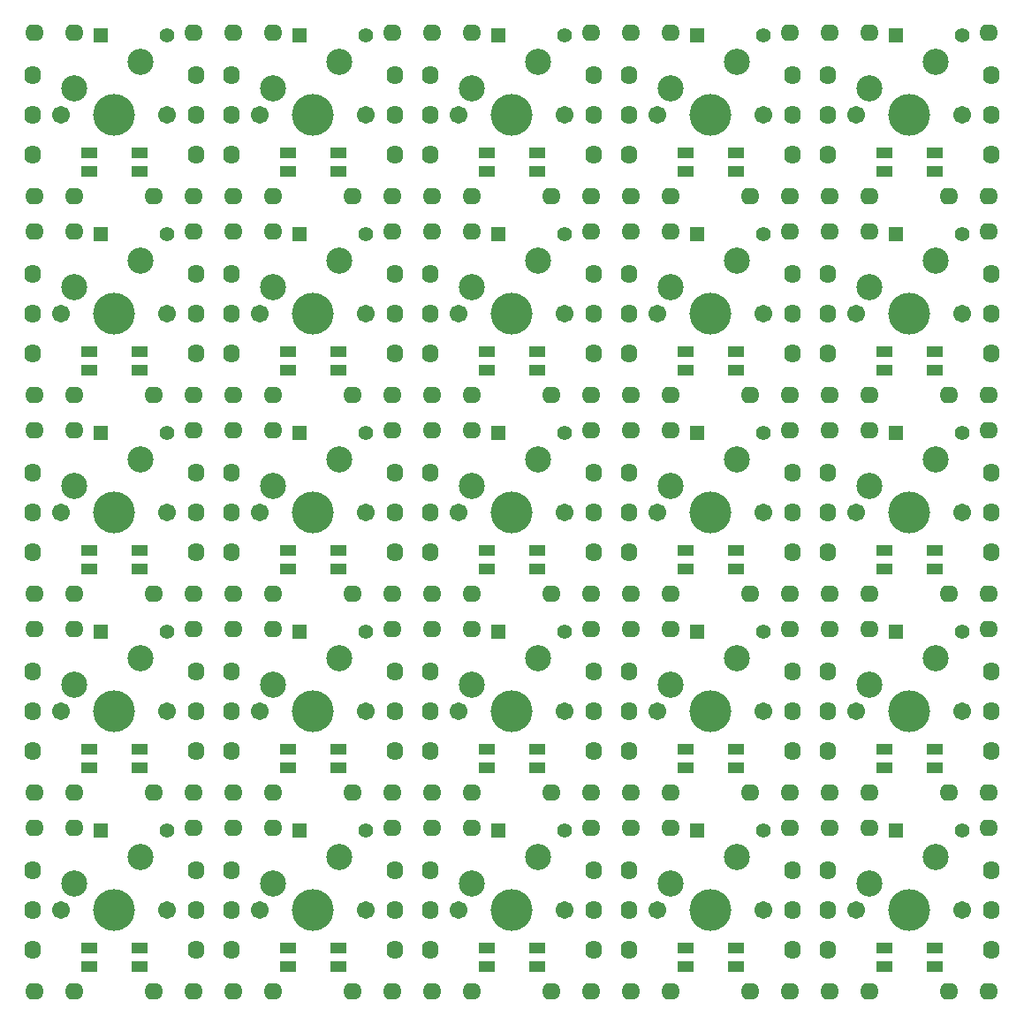
<source format=gbs>
G04 #@! TF.GenerationSoftware,KiCad,Pcbnew,5.0.0-fee4fd1~66~ubuntu18.04.1*
G04 #@! TF.CreationDate,2018-09-16T19:45:11+09:00*
G04 #@! TF.ProjectId,MxLEDBit,4D784C45444269742E6B696361645F70,1*
G04 #@! TF.SameCoordinates,Original*
G04 #@! TF.FileFunction,Soldermask,Bot*
G04 #@! TF.FilePolarity,Negative*
%FSLAX46Y46*%
G04 Gerber Fmt 4.6, Leading zero omitted, Abs format (unit mm)*
G04 Created by KiCad (PCBNEW 5.0.0-fee4fd1~66~ubuntu18.04.1) date Sun Sep 16 19:45:11 2018*
%MOMM*%
%LPD*%
G01*
G04 APERTURE LIST*
%ADD10R,1.600000X1.000000*%
%ADD11O,1.800000X1.600000*%
%ADD12O,1.600000X1.800000*%
%ADD13C,1.710000*%
%ADD14C,2.500000*%
%ADD15C,4.000000*%
%ADD16C,1.400000*%
%ADD17R,1.400000X1.400000*%
G04 APERTURE END LIST*
D10*
G04 #@! TO.C,U1*
X166852000Y-116586000D03*
X166852000Y-114836000D03*
X162052000Y-114836000D03*
X162052000Y-116586000D03*
G04 #@! TD*
D11*
G04 #@! TO.C,P23*
X156845000Y-103305000D03*
G04 #@! TD*
D12*
G04 #@! TO.C,P12*
X172285000Y-107315000D03*
G04 #@! TD*
G04 #@! TO.C,P24*
X156645000Y-107315000D03*
G04 #@! TD*
D11*
G04 #@! TO.C,P23*
X172085000Y-103305000D03*
G04 #@! TD*
D12*
G04 #@! TO.C,P23*
X156645000Y-111125000D03*
G04 #@! TD*
D11*
G04 #@! TO.C,P23*
X156845000Y-118945000D03*
G04 #@! TD*
G04 #@! TO.C,P11*
X160655000Y-103305000D03*
G04 #@! TD*
D12*
G04 #@! TO.C,P12*
X156645000Y-114935000D03*
G04 #@! TD*
D11*
G04 #@! TO.C,P11*
X160655000Y-118945000D03*
G04 #@! TD*
G04 #@! TO.C,P15*
X172085000Y-118945000D03*
G04 #@! TD*
D12*
G04 #@! TO.C,P21*
X172285000Y-114935000D03*
G04 #@! TD*
D13*
G04 #@! TO.C,SW1*
X169545000Y-111125000D03*
D14*
X167005000Y-106045000D03*
D15*
X164465000Y-111125000D03*
D14*
X160655000Y-108585000D03*
D13*
X159385000Y-111125000D03*
G04 #@! TD*
D12*
G04 #@! TO.C,P22*
X172285000Y-111125000D03*
G04 #@! TD*
D11*
G04 #@! TO.C,P16*
X168275000Y-118945000D03*
G04 #@! TD*
D16*
G04 #@! TO.C,D1*
X169545000Y-103505000D03*
D17*
X163195000Y-103505000D03*
G04 #@! TD*
D12*
G04 #@! TO.C,P22*
X172285000Y-73025000D03*
G04 #@! TD*
G04 #@! TO.C,P24*
X156645000Y-50165000D03*
G04 #@! TD*
G04 #@! TO.C,P22*
X172285000Y-92075000D03*
G04 #@! TD*
G04 #@! TO.C,P12*
X172285000Y-88265000D03*
G04 #@! TD*
G04 #@! TO.C,P12*
X172285000Y-69215000D03*
G04 #@! TD*
D10*
G04 #@! TO.C,U1*
X166852000Y-97536000D03*
X166852000Y-95786000D03*
X162052000Y-95786000D03*
X162052000Y-97536000D03*
G04 #@! TD*
D11*
G04 #@! TO.C,P23*
X156845000Y-80845000D03*
G04 #@! TD*
D12*
G04 #@! TO.C,P12*
X172285000Y-50165000D03*
G04 #@! TD*
G04 #@! TO.C,P22*
X172285000Y-53975000D03*
G04 #@! TD*
D11*
G04 #@! TO.C,P23*
X156845000Y-99895000D03*
G04 #@! TD*
D12*
G04 #@! TO.C,P24*
X156645000Y-88265000D03*
G04 #@! TD*
D11*
G04 #@! TO.C,P23*
X156845000Y-46155000D03*
G04 #@! TD*
D12*
G04 #@! TO.C,P23*
X156645000Y-53975000D03*
G04 #@! TD*
G04 #@! TO.C,P23*
X156645000Y-73025000D03*
G04 #@! TD*
D10*
G04 #@! TO.C,U1*
X166852000Y-59436000D03*
X166852000Y-57686000D03*
X162052000Y-57686000D03*
X162052000Y-59436000D03*
G04 #@! TD*
D12*
G04 #@! TO.C,P24*
X156645000Y-69215000D03*
G04 #@! TD*
D11*
G04 #@! TO.C,P23*
X172085000Y-46155000D03*
G04 #@! TD*
G04 #@! TO.C,P23*
X172085000Y-65205000D03*
G04 #@! TD*
G04 #@! TO.C,P23*
X156845000Y-61795000D03*
G04 #@! TD*
G04 #@! TO.C,P23*
X172085000Y-84255000D03*
G04 #@! TD*
G04 #@! TO.C,P11*
X160655000Y-61795000D03*
G04 #@! TD*
D10*
G04 #@! TO.C,U1*
X166852000Y-78486000D03*
X166852000Y-76736000D03*
X162052000Y-76736000D03*
X162052000Y-78486000D03*
G04 #@! TD*
D11*
G04 #@! TO.C,P11*
X160655000Y-46155000D03*
G04 #@! TD*
G04 #@! TO.C,P11*
X160655000Y-65205000D03*
G04 #@! TD*
G04 #@! TO.C,P11*
X160655000Y-84255000D03*
G04 #@! TD*
D12*
G04 #@! TO.C,P12*
X156645000Y-57785000D03*
G04 #@! TD*
G04 #@! TO.C,P12*
X156645000Y-76835000D03*
G04 #@! TD*
G04 #@! TO.C,P12*
X156645000Y-95885000D03*
G04 #@! TD*
D11*
G04 #@! TO.C,P16*
X168275000Y-61795000D03*
G04 #@! TD*
G04 #@! TO.C,P16*
X168275000Y-80845000D03*
G04 #@! TD*
G04 #@! TO.C,P11*
X160655000Y-80845000D03*
G04 #@! TD*
G04 #@! TO.C,P11*
X160655000Y-99895000D03*
G04 #@! TD*
G04 #@! TO.C,P15*
X172085000Y-61795000D03*
G04 #@! TD*
G04 #@! TO.C,P15*
X172085000Y-80845000D03*
G04 #@! TD*
G04 #@! TO.C,P15*
X172085000Y-99895000D03*
G04 #@! TD*
D12*
G04 #@! TO.C,P23*
X156645000Y-92075000D03*
G04 #@! TD*
G04 #@! TO.C,P21*
X172285000Y-57785000D03*
G04 #@! TD*
G04 #@! TO.C,P21*
X172285000Y-76835000D03*
G04 #@! TD*
G04 #@! TO.C,P21*
X172285000Y-95885000D03*
G04 #@! TD*
D13*
G04 #@! TO.C,SW1*
X169545000Y-53975000D03*
D14*
X167005000Y-48895000D03*
D15*
X164465000Y-53975000D03*
D14*
X160655000Y-51435000D03*
D13*
X159385000Y-53975000D03*
G04 #@! TD*
G04 #@! TO.C,SW1*
X169545000Y-73025000D03*
D14*
X167005000Y-67945000D03*
D15*
X164465000Y-73025000D03*
D14*
X160655000Y-70485000D03*
D13*
X159385000Y-73025000D03*
G04 #@! TD*
G04 #@! TO.C,SW1*
X169545000Y-92075000D03*
D14*
X167005000Y-86995000D03*
D15*
X164465000Y-92075000D03*
D14*
X160655000Y-89535000D03*
D13*
X159385000Y-92075000D03*
G04 #@! TD*
D11*
G04 #@! TO.C,P23*
X156845000Y-65205000D03*
G04 #@! TD*
G04 #@! TO.C,P23*
X156845000Y-84255000D03*
G04 #@! TD*
G04 #@! TO.C,P16*
X168275000Y-99895000D03*
G04 #@! TD*
D16*
G04 #@! TO.C,D1*
X169545000Y-46355000D03*
D17*
X163195000Y-46355000D03*
G04 #@! TD*
D16*
G04 #@! TO.C,D1*
X169545000Y-65405000D03*
D17*
X163195000Y-65405000D03*
G04 #@! TD*
D16*
G04 #@! TO.C,D1*
X169545000Y-84455000D03*
D17*
X163195000Y-84455000D03*
G04 #@! TD*
D13*
G04 #@! TO.C,SW1*
X169545000Y-130175000D03*
D14*
X167005000Y-125095000D03*
D15*
X164465000Y-130175000D03*
D14*
X160655000Y-127635000D03*
D13*
X159385000Y-130175000D03*
G04 #@! TD*
D11*
G04 #@! TO.C,P23*
X172085000Y-122355000D03*
G04 #@! TD*
D10*
G04 #@! TO.C,U1*
X166852000Y-135636000D03*
X166852000Y-133886000D03*
X162052000Y-133886000D03*
X162052000Y-135636000D03*
G04 #@! TD*
D11*
G04 #@! TO.C,P16*
X168275000Y-137995000D03*
G04 #@! TD*
D12*
G04 #@! TO.C,P21*
X172285000Y-133985000D03*
G04 #@! TD*
D11*
G04 #@! TO.C,P15*
X172085000Y-137995000D03*
G04 #@! TD*
D12*
G04 #@! TO.C,P24*
X156645000Y-126365000D03*
G04 #@! TD*
D16*
G04 #@! TO.C,D1*
X169545000Y-122555000D03*
D17*
X163195000Y-122555000D03*
G04 #@! TD*
D11*
G04 #@! TO.C,P23*
X156845000Y-137995000D03*
G04 #@! TD*
D12*
G04 #@! TO.C,P12*
X156645000Y-133985000D03*
G04 #@! TD*
G04 #@! TO.C,P22*
X172285000Y-130175000D03*
G04 #@! TD*
D11*
G04 #@! TO.C,P23*
X156845000Y-122355000D03*
G04 #@! TD*
G04 #@! TO.C,P11*
X160655000Y-122355000D03*
G04 #@! TD*
D12*
G04 #@! TO.C,P23*
X156645000Y-130175000D03*
G04 #@! TD*
D11*
G04 #@! TO.C,P11*
X160655000Y-137995000D03*
G04 #@! TD*
D12*
G04 #@! TO.C,P12*
X172285000Y-126365000D03*
G04 #@! TD*
D10*
G04 #@! TO.C,U1*
X143002000Y-135636000D03*
X143002000Y-133886000D03*
X147802000Y-133886000D03*
X147802000Y-135636000D03*
G04 #@! TD*
G04 #@! TO.C,U1*
X123952000Y-135636000D03*
X123952000Y-133886000D03*
X128752000Y-133886000D03*
X128752000Y-135636000D03*
G04 #@! TD*
G04 #@! TO.C,U1*
X104902000Y-135636000D03*
X104902000Y-133886000D03*
X109702000Y-133886000D03*
X109702000Y-135636000D03*
G04 #@! TD*
G04 #@! TO.C,U1*
X85852000Y-135636000D03*
X85852000Y-133886000D03*
X90652000Y-133886000D03*
X90652000Y-135636000D03*
G04 #@! TD*
G04 #@! TO.C,U1*
X143002000Y-116586000D03*
X143002000Y-114836000D03*
X147802000Y-114836000D03*
X147802000Y-116586000D03*
G04 #@! TD*
G04 #@! TO.C,U1*
X123952000Y-116586000D03*
X123952000Y-114836000D03*
X128752000Y-114836000D03*
X128752000Y-116586000D03*
G04 #@! TD*
G04 #@! TO.C,U1*
X104902000Y-116586000D03*
X104902000Y-114836000D03*
X109702000Y-114836000D03*
X109702000Y-116586000D03*
G04 #@! TD*
G04 #@! TO.C,U1*
X85852000Y-116586000D03*
X85852000Y-114836000D03*
X90652000Y-114836000D03*
X90652000Y-116586000D03*
G04 #@! TD*
G04 #@! TO.C,U1*
X143002000Y-97536000D03*
X143002000Y-95786000D03*
X147802000Y-95786000D03*
X147802000Y-97536000D03*
G04 #@! TD*
G04 #@! TO.C,U1*
X123952000Y-97536000D03*
X123952000Y-95786000D03*
X128752000Y-95786000D03*
X128752000Y-97536000D03*
G04 #@! TD*
G04 #@! TO.C,U1*
X104902000Y-97536000D03*
X104902000Y-95786000D03*
X109702000Y-95786000D03*
X109702000Y-97536000D03*
G04 #@! TD*
G04 #@! TO.C,U1*
X85852000Y-97536000D03*
X85852000Y-95786000D03*
X90652000Y-95786000D03*
X90652000Y-97536000D03*
G04 #@! TD*
G04 #@! TO.C,U1*
X143002000Y-78486000D03*
X143002000Y-76736000D03*
X147802000Y-76736000D03*
X147802000Y-78486000D03*
G04 #@! TD*
G04 #@! TO.C,U1*
X123952000Y-78486000D03*
X123952000Y-76736000D03*
X128752000Y-76736000D03*
X128752000Y-78486000D03*
G04 #@! TD*
G04 #@! TO.C,U1*
X104902000Y-78486000D03*
X104902000Y-76736000D03*
X109702000Y-76736000D03*
X109702000Y-78486000D03*
G04 #@! TD*
G04 #@! TO.C,U1*
X85852000Y-78486000D03*
X85852000Y-76736000D03*
X90652000Y-76736000D03*
X90652000Y-78486000D03*
G04 #@! TD*
G04 #@! TO.C,U1*
X143002000Y-59436000D03*
X143002000Y-57686000D03*
X147802000Y-57686000D03*
X147802000Y-59436000D03*
G04 #@! TD*
G04 #@! TO.C,U1*
X123952000Y-59436000D03*
X123952000Y-57686000D03*
X128752000Y-57686000D03*
X128752000Y-59436000D03*
G04 #@! TD*
G04 #@! TO.C,U1*
X104902000Y-59436000D03*
X104902000Y-57686000D03*
X109702000Y-57686000D03*
X109702000Y-59436000D03*
G04 #@! TD*
D12*
G04 #@! TO.C,P12*
X153235000Y-126365000D03*
G04 #@! TD*
G04 #@! TO.C,P12*
X134185000Y-126365000D03*
G04 #@! TD*
G04 #@! TO.C,P12*
X115135000Y-126365000D03*
G04 #@! TD*
G04 #@! TO.C,P12*
X96085000Y-126365000D03*
G04 #@! TD*
G04 #@! TO.C,P12*
X153235000Y-107315000D03*
G04 #@! TD*
G04 #@! TO.C,P12*
X134185000Y-107315000D03*
G04 #@! TD*
G04 #@! TO.C,P12*
X115135000Y-107315000D03*
G04 #@! TD*
G04 #@! TO.C,P12*
X96085000Y-107315000D03*
G04 #@! TD*
G04 #@! TO.C,P12*
X153235000Y-88265000D03*
G04 #@! TD*
G04 #@! TO.C,P12*
X134185000Y-88265000D03*
G04 #@! TD*
G04 #@! TO.C,P12*
X115135000Y-88265000D03*
G04 #@! TD*
G04 #@! TO.C,P12*
X96085000Y-88265000D03*
G04 #@! TD*
G04 #@! TO.C,P12*
X153235000Y-69215000D03*
G04 #@! TD*
G04 #@! TO.C,P12*
X134185000Y-69215000D03*
G04 #@! TD*
G04 #@! TO.C,P12*
X115135000Y-69215000D03*
G04 #@! TD*
G04 #@! TO.C,P12*
X96085000Y-69215000D03*
G04 #@! TD*
G04 #@! TO.C,P12*
X153235000Y-50165000D03*
G04 #@! TD*
G04 #@! TO.C,P12*
X134185000Y-50165000D03*
G04 #@! TD*
G04 #@! TO.C,P12*
X115135000Y-50165000D03*
G04 #@! TD*
D11*
G04 #@! TO.C,P23*
X137795000Y-137995000D03*
G04 #@! TD*
G04 #@! TO.C,P23*
X118745000Y-137995000D03*
G04 #@! TD*
G04 #@! TO.C,P23*
X99695000Y-137995000D03*
G04 #@! TD*
G04 #@! TO.C,P23*
X80645000Y-137995000D03*
G04 #@! TD*
G04 #@! TO.C,P23*
X137795000Y-118945000D03*
G04 #@! TD*
G04 #@! TO.C,P23*
X118745000Y-118945000D03*
G04 #@! TD*
G04 #@! TO.C,P23*
X99695000Y-118945000D03*
G04 #@! TD*
G04 #@! TO.C,P23*
X80645000Y-118945000D03*
G04 #@! TD*
G04 #@! TO.C,P23*
X137795000Y-99895000D03*
G04 #@! TD*
G04 #@! TO.C,P23*
X118745000Y-99895000D03*
G04 #@! TD*
G04 #@! TO.C,P23*
X99695000Y-99895000D03*
G04 #@! TD*
G04 #@! TO.C,P23*
X80645000Y-99895000D03*
G04 #@! TD*
G04 #@! TO.C,P23*
X137795000Y-80845000D03*
G04 #@! TD*
G04 #@! TO.C,P23*
X118745000Y-80845000D03*
G04 #@! TD*
G04 #@! TO.C,P23*
X99695000Y-80845000D03*
G04 #@! TD*
G04 #@! TO.C,P23*
X80645000Y-80845000D03*
G04 #@! TD*
G04 #@! TO.C,P23*
X137795000Y-61795000D03*
G04 #@! TD*
G04 #@! TO.C,P23*
X118745000Y-61795000D03*
G04 #@! TD*
G04 #@! TO.C,P23*
X99695000Y-61795000D03*
G04 #@! TD*
G04 #@! TO.C,P23*
X137795000Y-122355000D03*
G04 #@! TD*
G04 #@! TO.C,P23*
X118745000Y-122355000D03*
G04 #@! TD*
G04 #@! TO.C,P23*
X99695000Y-122355000D03*
G04 #@! TD*
G04 #@! TO.C,P23*
X80645000Y-122355000D03*
G04 #@! TD*
G04 #@! TO.C,P23*
X137795000Y-103305000D03*
G04 #@! TD*
G04 #@! TO.C,P23*
X118745000Y-103305000D03*
G04 #@! TD*
G04 #@! TO.C,P23*
X99695000Y-103305000D03*
G04 #@! TD*
G04 #@! TO.C,P23*
X80645000Y-103305000D03*
G04 #@! TD*
G04 #@! TO.C,P23*
X137795000Y-84255000D03*
G04 #@! TD*
G04 #@! TO.C,P23*
X118745000Y-84255000D03*
G04 #@! TD*
G04 #@! TO.C,P23*
X99695000Y-84255000D03*
G04 #@! TD*
G04 #@! TO.C,P23*
X80645000Y-84255000D03*
G04 #@! TD*
G04 #@! TO.C,P23*
X137795000Y-65205000D03*
G04 #@! TD*
G04 #@! TO.C,P23*
X118745000Y-65205000D03*
G04 #@! TD*
G04 #@! TO.C,P23*
X99695000Y-65205000D03*
G04 #@! TD*
G04 #@! TO.C,P23*
X80645000Y-65205000D03*
G04 #@! TD*
G04 #@! TO.C,P23*
X137795000Y-46155000D03*
G04 #@! TD*
G04 #@! TO.C,P23*
X118745000Y-46155000D03*
G04 #@! TD*
G04 #@! TO.C,P23*
X99695000Y-46155000D03*
G04 #@! TD*
D12*
G04 #@! TO.C,P23*
X137595000Y-130175000D03*
G04 #@! TD*
G04 #@! TO.C,P23*
X118545000Y-130175000D03*
G04 #@! TD*
G04 #@! TO.C,P23*
X99495000Y-130175000D03*
G04 #@! TD*
G04 #@! TO.C,P23*
X80445000Y-130175000D03*
G04 #@! TD*
G04 #@! TO.C,P23*
X137595000Y-111125000D03*
G04 #@! TD*
G04 #@! TO.C,P23*
X118545000Y-111125000D03*
G04 #@! TD*
G04 #@! TO.C,P23*
X99495000Y-111125000D03*
G04 #@! TD*
G04 #@! TO.C,P23*
X80445000Y-111125000D03*
G04 #@! TD*
G04 #@! TO.C,P23*
X137595000Y-92075000D03*
G04 #@! TD*
G04 #@! TO.C,P23*
X118545000Y-92075000D03*
G04 #@! TD*
G04 #@! TO.C,P23*
X99495000Y-92075000D03*
G04 #@! TD*
G04 #@! TO.C,P23*
X80445000Y-92075000D03*
G04 #@! TD*
G04 #@! TO.C,P23*
X137595000Y-73025000D03*
G04 #@! TD*
G04 #@! TO.C,P23*
X118545000Y-73025000D03*
G04 #@! TD*
G04 #@! TO.C,P23*
X99495000Y-73025000D03*
G04 #@! TD*
G04 #@! TO.C,P23*
X80445000Y-73025000D03*
G04 #@! TD*
G04 #@! TO.C,P23*
X137595000Y-53975000D03*
G04 #@! TD*
G04 #@! TO.C,P23*
X118545000Y-53975000D03*
G04 #@! TD*
G04 #@! TO.C,P23*
X99495000Y-53975000D03*
G04 #@! TD*
G04 #@! TO.C,P22*
X153235000Y-130175000D03*
G04 #@! TD*
G04 #@! TO.C,P22*
X134185000Y-130175000D03*
G04 #@! TD*
G04 #@! TO.C,P22*
X115135000Y-130175000D03*
G04 #@! TD*
G04 #@! TO.C,P22*
X96085000Y-130175000D03*
G04 #@! TD*
G04 #@! TO.C,P22*
X153235000Y-111125000D03*
G04 #@! TD*
G04 #@! TO.C,P22*
X134185000Y-111125000D03*
G04 #@! TD*
G04 #@! TO.C,P22*
X115135000Y-111125000D03*
G04 #@! TD*
G04 #@! TO.C,P22*
X96085000Y-111125000D03*
G04 #@! TD*
G04 #@! TO.C,P22*
X153235000Y-92075000D03*
G04 #@! TD*
G04 #@! TO.C,P22*
X134185000Y-92075000D03*
G04 #@! TD*
G04 #@! TO.C,P22*
X115135000Y-92075000D03*
G04 #@! TD*
G04 #@! TO.C,P22*
X96085000Y-92075000D03*
G04 #@! TD*
G04 #@! TO.C,P22*
X153235000Y-73025000D03*
G04 #@! TD*
G04 #@! TO.C,P22*
X134185000Y-73025000D03*
G04 #@! TD*
G04 #@! TO.C,P22*
X115135000Y-73025000D03*
G04 #@! TD*
G04 #@! TO.C,P22*
X96085000Y-73025000D03*
G04 #@! TD*
G04 #@! TO.C,P22*
X153235000Y-53975000D03*
G04 #@! TD*
G04 #@! TO.C,P22*
X134185000Y-53975000D03*
G04 #@! TD*
G04 #@! TO.C,P22*
X115135000Y-53975000D03*
G04 #@! TD*
G04 #@! TO.C,P24*
X137595000Y-126365000D03*
G04 #@! TD*
G04 #@! TO.C,P24*
X118545000Y-126365000D03*
G04 #@! TD*
G04 #@! TO.C,P24*
X99495000Y-126365000D03*
G04 #@! TD*
G04 #@! TO.C,P24*
X80445000Y-126365000D03*
G04 #@! TD*
G04 #@! TO.C,P24*
X137595000Y-107315000D03*
G04 #@! TD*
G04 #@! TO.C,P24*
X118545000Y-107315000D03*
G04 #@! TD*
G04 #@! TO.C,P24*
X99495000Y-107315000D03*
G04 #@! TD*
G04 #@! TO.C,P24*
X80445000Y-107315000D03*
G04 #@! TD*
G04 #@! TO.C,P24*
X137595000Y-88265000D03*
G04 #@! TD*
G04 #@! TO.C,P24*
X118545000Y-88265000D03*
G04 #@! TD*
G04 #@! TO.C,P24*
X99495000Y-88265000D03*
G04 #@! TD*
G04 #@! TO.C,P24*
X80445000Y-88265000D03*
G04 #@! TD*
G04 #@! TO.C,P24*
X137595000Y-69215000D03*
G04 #@! TD*
G04 #@! TO.C,P24*
X118545000Y-69215000D03*
G04 #@! TD*
G04 #@! TO.C,P24*
X99495000Y-69215000D03*
G04 #@! TD*
G04 #@! TO.C,P24*
X80445000Y-69215000D03*
G04 #@! TD*
G04 #@! TO.C,P24*
X137595000Y-50165000D03*
G04 #@! TD*
G04 #@! TO.C,P24*
X118545000Y-50165000D03*
G04 #@! TD*
G04 #@! TO.C,P24*
X99495000Y-50165000D03*
G04 #@! TD*
D11*
G04 #@! TO.C,P23*
X153035000Y-122355000D03*
G04 #@! TD*
G04 #@! TO.C,P23*
X133985000Y-122355000D03*
G04 #@! TD*
G04 #@! TO.C,P23*
X114935000Y-122355000D03*
G04 #@! TD*
G04 #@! TO.C,P23*
X95885000Y-122355000D03*
G04 #@! TD*
G04 #@! TO.C,P23*
X153035000Y-103305000D03*
G04 #@! TD*
G04 #@! TO.C,P23*
X133985000Y-103305000D03*
G04 #@! TD*
G04 #@! TO.C,P23*
X114935000Y-103305000D03*
G04 #@! TD*
G04 #@! TO.C,P23*
X95885000Y-103305000D03*
G04 #@! TD*
G04 #@! TO.C,P23*
X153035000Y-84255000D03*
G04 #@! TD*
G04 #@! TO.C,P23*
X133985000Y-84255000D03*
G04 #@! TD*
G04 #@! TO.C,P23*
X114935000Y-84255000D03*
G04 #@! TD*
G04 #@! TO.C,P23*
X95885000Y-84255000D03*
G04 #@! TD*
G04 #@! TO.C,P23*
X153035000Y-65205000D03*
G04 #@! TD*
G04 #@! TO.C,P23*
X133985000Y-65205000D03*
G04 #@! TD*
G04 #@! TO.C,P23*
X114935000Y-65205000D03*
G04 #@! TD*
G04 #@! TO.C,P23*
X95885000Y-65205000D03*
G04 #@! TD*
G04 #@! TO.C,P23*
X153035000Y-46155000D03*
G04 #@! TD*
G04 #@! TO.C,P23*
X133985000Y-46155000D03*
G04 #@! TD*
G04 #@! TO.C,P23*
X114935000Y-46155000D03*
G04 #@! TD*
G04 #@! TO.C,P16*
X149225000Y-137995000D03*
G04 #@! TD*
G04 #@! TO.C,P16*
X130175000Y-137995000D03*
G04 #@! TD*
G04 #@! TO.C,P16*
X111125000Y-137995000D03*
G04 #@! TD*
G04 #@! TO.C,P16*
X92075000Y-137995000D03*
G04 #@! TD*
G04 #@! TO.C,P16*
X149225000Y-118945000D03*
G04 #@! TD*
G04 #@! TO.C,P16*
X130175000Y-118945000D03*
G04 #@! TD*
G04 #@! TO.C,P16*
X111125000Y-118945000D03*
G04 #@! TD*
G04 #@! TO.C,P16*
X92075000Y-118945000D03*
G04 #@! TD*
G04 #@! TO.C,P16*
X149225000Y-99895000D03*
G04 #@! TD*
G04 #@! TO.C,P16*
X130175000Y-99895000D03*
G04 #@! TD*
G04 #@! TO.C,P16*
X111125000Y-99895000D03*
G04 #@! TD*
G04 #@! TO.C,P16*
X92075000Y-99895000D03*
G04 #@! TD*
G04 #@! TO.C,P16*
X149225000Y-80845000D03*
G04 #@! TD*
G04 #@! TO.C,P16*
X130175000Y-80845000D03*
G04 #@! TD*
G04 #@! TO.C,P16*
X111125000Y-80845000D03*
G04 #@! TD*
G04 #@! TO.C,P16*
X92075000Y-80845000D03*
G04 #@! TD*
G04 #@! TO.C,P16*
X149225000Y-61795000D03*
G04 #@! TD*
G04 #@! TO.C,P16*
X130175000Y-61795000D03*
G04 #@! TD*
G04 #@! TO.C,P16*
X111125000Y-61795000D03*
G04 #@! TD*
D12*
G04 #@! TO.C,P12*
X137595000Y-133985000D03*
G04 #@! TD*
G04 #@! TO.C,P12*
X118545000Y-133985000D03*
G04 #@! TD*
G04 #@! TO.C,P12*
X99495000Y-133985000D03*
G04 #@! TD*
G04 #@! TO.C,P12*
X80445000Y-133985000D03*
G04 #@! TD*
G04 #@! TO.C,P12*
X137595000Y-114935000D03*
G04 #@! TD*
G04 #@! TO.C,P12*
X118545000Y-114935000D03*
G04 #@! TD*
G04 #@! TO.C,P12*
X99495000Y-114935000D03*
G04 #@! TD*
G04 #@! TO.C,P12*
X80445000Y-114935000D03*
G04 #@! TD*
G04 #@! TO.C,P12*
X137595000Y-95885000D03*
G04 #@! TD*
G04 #@! TO.C,P12*
X118545000Y-95885000D03*
G04 #@! TD*
G04 #@! TO.C,P12*
X99495000Y-95885000D03*
G04 #@! TD*
G04 #@! TO.C,P12*
X80445000Y-95885000D03*
G04 #@! TD*
G04 #@! TO.C,P12*
X137595000Y-76835000D03*
G04 #@! TD*
G04 #@! TO.C,P12*
X118545000Y-76835000D03*
G04 #@! TD*
G04 #@! TO.C,P12*
X99495000Y-76835000D03*
G04 #@! TD*
G04 #@! TO.C,P12*
X80445000Y-76835000D03*
G04 #@! TD*
G04 #@! TO.C,P12*
X137595000Y-57785000D03*
G04 #@! TD*
G04 #@! TO.C,P12*
X118545000Y-57785000D03*
G04 #@! TD*
G04 #@! TO.C,P12*
X99495000Y-57785000D03*
G04 #@! TD*
D11*
G04 #@! TO.C,P11*
X141605000Y-122355000D03*
G04 #@! TD*
G04 #@! TO.C,P11*
X122555000Y-122355000D03*
G04 #@! TD*
G04 #@! TO.C,P11*
X103505000Y-122355000D03*
G04 #@! TD*
G04 #@! TO.C,P11*
X84455000Y-122355000D03*
G04 #@! TD*
G04 #@! TO.C,P11*
X141605000Y-103305000D03*
G04 #@! TD*
G04 #@! TO.C,P11*
X122555000Y-103305000D03*
G04 #@! TD*
G04 #@! TO.C,P11*
X103505000Y-103305000D03*
G04 #@! TD*
G04 #@! TO.C,P11*
X84455000Y-103305000D03*
G04 #@! TD*
G04 #@! TO.C,P11*
X141605000Y-84255000D03*
G04 #@! TD*
G04 #@! TO.C,P11*
X122555000Y-84255000D03*
G04 #@! TD*
G04 #@! TO.C,P11*
X103505000Y-84255000D03*
G04 #@! TD*
G04 #@! TO.C,P11*
X84455000Y-84255000D03*
G04 #@! TD*
G04 #@! TO.C,P11*
X141605000Y-65205000D03*
G04 #@! TD*
G04 #@! TO.C,P11*
X122555000Y-65205000D03*
G04 #@! TD*
G04 #@! TO.C,P11*
X103505000Y-65205000D03*
G04 #@! TD*
G04 #@! TO.C,P11*
X84455000Y-65205000D03*
G04 #@! TD*
G04 #@! TO.C,P11*
X141605000Y-46155000D03*
G04 #@! TD*
G04 #@! TO.C,P11*
X122555000Y-46155000D03*
G04 #@! TD*
G04 #@! TO.C,P11*
X103505000Y-46155000D03*
G04 #@! TD*
D17*
G04 #@! TO.C,D1*
X144145000Y-122555000D03*
D16*
X150495000Y-122555000D03*
G04 #@! TD*
D17*
G04 #@! TO.C,D1*
X125095000Y-122555000D03*
D16*
X131445000Y-122555000D03*
G04 #@! TD*
D17*
G04 #@! TO.C,D1*
X106045000Y-122555000D03*
D16*
X112395000Y-122555000D03*
G04 #@! TD*
D17*
G04 #@! TO.C,D1*
X86995000Y-122555000D03*
D16*
X93345000Y-122555000D03*
G04 #@! TD*
D17*
G04 #@! TO.C,D1*
X144145000Y-103505000D03*
D16*
X150495000Y-103505000D03*
G04 #@! TD*
D17*
G04 #@! TO.C,D1*
X125095000Y-103505000D03*
D16*
X131445000Y-103505000D03*
G04 #@! TD*
D17*
G04 #@! TO.C,D1*
X106045000Y-103505000D03*
D16*
X112395000Y-103505000D03*
G04 #@! TD*
D17*
G04 #@! TO.C,D1*
X86995000Y-103505000D03*
D16*
X93345000Y-103505000D03*
G04 #@! TD*
D17*
G04 #@! TO.C,D1*
X144145000Y-84455000D03*
D16*
X150495000Y-84455000D03*
G04 #@! TD*
D17*
G04 #@! TO.C,D1*
X125095000Y-84455000D03*
D16*
X131445000Y-84455000D03*
G04 #@! TD*
D17*
G04 #@! TO.C,D1*
X106045000Y-84455000D03*
D16*
X112395000Y-84455000D03*
G04 #@! TD*
D17*
G04 #@! TO.C,D1*
X86995000Y-84455000D03*
D16*
X93345000Y-84455000D03*
G04 #@! TD*
D17*
G04 #@! TO.C,D1*
X144145000Y-65405000D03*
D16*
X150495000Y-65405000D03*
G04 #@! TD*
D17*
G04 #@! TO.C,D1*
X125095000Y-65405000D03*
D16*
X131445000Y-65405000D03*
G04 #@! TD*
D17*
G04 #@! TO.C,D1*
X106045000Y-65405000D03*
D16*
X112395000Y-65405000D03*
G04 #@! TD*
D17*
G04 #@! TO.C,D1*
X86995000Y-65405000D03*
D16*
X93345000Y-65405000D03*
G04 #@! TD*
D17*
G04 #@! TO.C,D1*
X144145000Y-46355000D03*
D16*
X150495000Y-46355000D03*
G04 #@! TD*
D17*
G04 #@! TO.C,D1*
X125095000Y-46355000D03*
D16*
X131445000Y-46355000D03*
G04 #@! TD*
D17*
G04 #@! TO.C,D1*
X106045000Y-46355000D03*
D16*
X112395000Y-46355000D03*
G04 #@! TD*
D13*
G04 #@! TO.C,SW1*
X140335000Y-130175000D03*
D14*
X141605000Y-127635000D03*
D15*
X145415000Y-130175000D03*
D14*
X147955000Y-125095000D03*
D13*
X150495000Y-130175000D03*
G04 #@! TD*
G04 #@! TO.C,SW1*
X121285000Y-130175000D03*
D14*
X122555000Y-127635000D03*
D15*
X126365000Y-130175000D03*
D14*
X128905000Y-125095000D03*
D13*
X131445000Y-130175000D03*
G04 #@! TD*
G04 #@! TO.C,SW1*
X102235000Y-130175000D03*
D14*
X103505000Y-127635000D03*
D15*
X107315000Y-130175000D03*
D14*
X109855000Y-125095000D03*
D13*
X112395000Y-130175000D03*
G04 #@! TD*
G04 #@! TO.C,SW1*
X83185000Y-130175000D03*
D14*
X84455000Y-127635000D03*
D15*
X88265000Y-130175000D03*
D14*
X90805000Y-125095000D03*
D13*
X93345000Y-130175000D03*
G04 #@! TD*
G04 #@! TO.C,SW1*
X140335000Y-111125000D03*
D14*
X141605000Y-108585000D03*
D15*
X145415000Y-111125000D03*
D14*
X147955000Y-106045000D03*
D13*
X150495000Y-111125000D03*
G04 #@! TD*
G04 #@! TO.C,SW1*
X121285000Y-111125000D03*
D14*
X122555000Y-108585000D03*
D15*
X126365000Y-111125000D03*
D14*
X128905000Y-106045000D03*
D13*
X131445000Y-111125000D03*
G04 #@! TD*
G04 #@! TO.C,SW1*
X102235000Y-111125000D03*
D14*
X103505000Y-108585000D03*
D15*
X107315000Y-111125000D03*
D14*
X109855000Y-106045000D03*
D13*
X112395000Y-111125000D03*
G04 #@! TD*
G04 #@! TO.C,SW1*
X83185000Y-111125000D03*
D14*
X84455000Y-108585000D03*
D15*
X88265000Y-111125000D03*
D14*
X90805000Y-106045000D03*
D13*
X93345000Y-111125000D03*
G04 #@! TD*
G04 #@! TO.C,SW1*
X140335000Y-92075000D03*
D14*
X141605000Y-89535000D03*
D15*
X145415000Y-92075000D03*
D14*
X147955000Y-86995000D03*
D13*
X150495000Y-92075000D03*
G04 #@! TD*
G04 #@! TO.C,SW1*
X121285000Y-92075000D03*
D14*
X122555000Y-89535000D03*
D15*
X126365000Y-92075000D03*
D14*
X128905000Y-86995000D03*
D13*
X131445000Y-92075000D03*
G04 #@! TD*
G04 #@! TO.C,SW1*
X102235000Y-92075000D03*
D14*
X103505000Y-89535000D03*
D15*
X107315000Y-92075000D03*
D14*
X109855000Y-86995000D03*
D13*
X112395000Y-92075000D03*
G04 #@! TD*
G04 #@! TO.C,SW1*
X83185000Y-92075000D03*
D14*
X84455000Y-89535000D03*
D15*
X88265000Y-92075000D03*
D14*
X90805000Y-86995000D03*
D13*
X93345000Y-92075000D03*
G04 #@! TD*
G04 #@! TO.C,SW1*
X140335000Y-73025000D03*
D14*
X141605000Y-70485000D03*
D15*
X145415000Y-73025000D03*
D14*
X147955000Y-67945000D03*
D13*
X150495000Y-73025000D03*
G04 #@! TD*
G04 #@! TO.C,SW1*
X121285000Y-73025000D03*
D14*
X122555000Y-70485000D03*
D15*
X126365000Y-73025000D03*
D14*
X128905000Y-67945000D03*
D13*
X131445000Y-73025000D03*
G04 #@! TD*
G04 #@! TO.C,SW1*
X102235000Y-73025000D03*
D14*
X103505000Y-70485000D03*
D15*
X107315000Y-73025000D03*
D14*
X109855000Y-67945000D03*
D13*
X112395000Y-73025000D03*
G04 #@! TD*
G04 #@! TO.C,SW1*
X83185000Y-73025000D03*
D14*
X84455000Y-70485000D03*
D15*
X88265000Y-73025000D03*
D14*
X90805000Y-67945000D03*
D13*
X93345000Y-73025000D03*
G04 #@! TD*
G04 #@! TO.C,SW1*
X140335000Y-53975000D03*
D14*
X141605000Y-51435000D03*
D15*
X145415000Y-53975000D03*
D14*
X147955000Y-48895000D03*
D13*
X150495000Y-53975000D03*
G04 #@! TD*
G04 #@! TO.C,SW1*
X121285000Y-53975000D03*
D14*
X122555000Y-51435000D03*
D15*
X126365000Y-53975000D03*
D14*
X128905000Y-48895000D03*
D13*
X131445000Y-53975000D03*
G04 #@! TD*
G04 #@! TO.C,SW1*
X102235000Y-53975000D03*
D14*
X103505000Y-51435000D03*
D15*
X107315000Y-53975000D03*
D14*
X109855000Y-48895000D03*
D13*
X112395000Y-53975000D03*
G04 #@! TD*
D12*
G04 #@! TO.C,P21*
X153235000Y-133985000D03*
G04 #@! TD*
G04 #@! TO.C,P21*
X134185000Y-133985000D03*
G04 #@! TD*
G04 #@! TO.C,P21*
X115135000Y-133985000D03*
G04 #@! TD*
G04 #@! TO.C,P21*
X96085000Y-133985000D03*
G04 #@! TD*
G04 #@! TO.C,P21*
X153235000Y-114935000D03*
G04 #@! TD*
G04 #@! TO.C,P21*
X134185000Y-114935000D03*
G04 #@! TD*
G04 #@! TO.C,P21*
X115135000Y-114935000D03*
G04 #@! TD*
G04 #@! TO.C,P21*
X96085000Y-114935000D03*
G04 #@! TD*
G04 #@! TO.C,P21*
X153235000Y-95885000D03*
G04 #@! TD*
G04 #@! TO.C,P21*
X134185000Y-95885000D03*
G04 #@! TD*
G04 #@! TO.C,P21*
X115135000Y-95885000D03*
G04 #@! TD*
G04 #@! TO.C,P21*
X96085000Y-95885000D03*
G04 #@! TD*
G04 #@! TO.C,P21*
X153235000Y-76835000D03*
G04 #@! TD*
G04 #@! TO.C,P21*
X134185000Y-76835000D03*
G04 #@! TD*
G04 #@! TO.C,P21*
X115135000Y-76835000D03*
G04 #@! TD*
G04 #@! TO.C,P21*
X96085000Y-76835000D03*
G04 #@! TD*
G04 #@! TO.C,P21*
X153235000Y-57785000D03*
G04 #@! TD*
G04 #@! TO.C,P21*
X134185000Y-57785000D03*
G04 #@! TD*
G04 #@! TO.C,P21*
X115135000Y-57785000D03*
G04 #@! TD*
D11*
G04 #@! TO.C,P15*
X153035000Y-137995000D03*
G04 #@! TD*
G04 #@! TO.C,P15*
X133985000Y-137995000D03*
G04 #@! TD*
G04 #@! TO.C,P15*
X114935000Y-137995000D03*
G04 #@! TD*
G04 #@! TO.C,P15*
X95885000Y-137995000D03*
G04 #@! TD*
G04 #@! TO.C,P15*
X153035000Y-118945000D03*
G04 #@! TD*
G04 #@! TO.C,P15*
X133985000Y-118945000D03*
G04 #@! TD*
G04 #@! TO.C,P15*
X114935000Y-118945000D03*
G04 #@! TD*
G04 #@! TO.C,P15*
X95885000Y-118945000D03*
G04 #@! TD*
G04 #@! TO.C,P15*
X153035000Y-99895000D03*
G04 #@! TD*
G04 #@! TO.C,P15*
X133985000Y-99895000D03*
G04 #@! TD*
G04 #@! TO.C,P15*
X114935000Y-99895000D03*
G04 #@! TD*
G04 #@! TO.C,P15*
X95885000Y-99895000D03*
G04 #@! TD*
G04 #@! TO.C,P15*
X153035000Y-80845000D03*
G04 #@! TD*
G04 #@! TO.C,P15*
X133985000Y-80845000D03*
G04 #@! TD*
G04 #@! TO.C,P15*
X114935000Y-80845000D03*
G04 #@! TD*
G04 #@! TO.C,P15*
X95885000Y-80845000D03*
G04 #@! TD*
G04 #@! TO.C,P15*
X153035000Y-61795000D03*
G04 #@! TD*
G04 #@! TO.C,P15*
X133985000Y-61795000D03*
G04 #@! TD*
G04 #@! TO.C,P15*
X114935000Y-61795000D03*
G04 #@! TD*
G04 #@! TO.C,P11*
X141605000Y-137995000D03*
G04 #@! TD*
G04 #@! TO.C,P11*
X122555000Y-137995000D03*
G04 #@! TD*
G04 #@! TO.C,P11*
X103505000Y-137995000D03*
G04 #@! TD*
G04 #@! TO.C,P11*
X84455000Y-137995000D03*
G04 #@! TD*
G04 #@! TO.C,P11*
X141605000Y-118945000D03*
G04 #@! TD*
G04 #@! TO.C,P11*
X122555000Y-118945000D03*
G04 #@! TD*
G04 #@! TO.C,P11*
X103505000Y-118945000D03*
G04 #@! TD*
G04 #@! TO.C,P11*
X84455000Y-118945000D03*
G04 #@! TD*
G04 #@! TO.C,P11*
X141605000Y-99895000D03*
G04 #@! TD*
G04 #@! TO.C,P11*
X122555000Y-99895000D03*
G04 #@! TD*
G04 #@! TO.C,P11*
X103505000Y-99895000D03*
G04 #@! TD*
G04 #@! TO.C,P11*
X84455000Y-99895000D03*
G04 #@! TD*
G04 #@! TO.C,P11*
X141605000Y-80845000D03*
G04 #@! TD*
G04 #@! TO.C,P11*
X122555000Y-80845000D03*
G04 #@! TD*
G04 #@! TO.C,P11*
X103505000Y-80845000D03*
G04 #@! TD*
G04 #@! TO.C,P11*
X84455000Y-80845000D03*
G04 #@! TD*
G04 #@! TO.C,P11*
X141605000Y-61795000D03*
G04 #@! TD*
G04 #@! TO.C,P11*
X122555000Y-61795000D03*
G04 #@! TD*
G04 #@! TO.C,P11*
X103505000Y-61795000D03*
G04 #@! TD*
D10*
G04 #@! TO.C,U1*
X90652000Y-59436000D03*
X90652000Y-57686000D03*
X85852000Y-57686000D03*
X85852000Y-59436000D03*
G04 #@! TD*
D13*
G04 #@! TO.C,SW1*
X93345000Y-53975000D03*
D14*
X90805000Y-48895000D03*
D15*
X88265000Y-53975000D03*
D14*
X84455000Y-51435000D03*
D13*
X83185000Y-53975000D03*
G04 #@! TD*
D12*
G04 #@! TO.C,P12*
X96085000Y-50165000D03*
G04 #@! TD*
G04 #@! TO.C,P22*
X96085000Y-53975000D03*
G04 #@! TD*
G04 #@! TO.C,P23*
X80445000Y-53975000D03*
G04 #@! TD*
D11*
G04 #@! TO.C,P11*
X84455000Y-61795000D03*
G04 #@! TD*
G04 #@! TO.C,P23*
X80645000Y-61795000D03*
G04 #@! TD*
G04 #@! TO.C,P23*
X80645000Y-46155000D03*
G04 #@! TD*
G04 #@! TO.C,P15*
X95885000Y-61795000D03*
G04 #@! TD*
D12*
G04 #@! TO.C,P21*
X96085000Y-57785000D03*
G04 #@! TD*
D16*
G04 #@! TO.C,D1*
X93345000Y-46355000D03*
D17*
X86995000Y-46355000D03*
G04 #@! TD*
D11*
G04 #@! TO.C,P11*
X84455000Y-46155000D03*
G04 #@! TD*
D12*
G04 #@! TO.C,P12*
X80445000Y-57785000D03*
G04 #@! TD*
D11*
G04 #@! TO.C,P16*
X92075000Y-61795000D03*
G04 #@! TD*
G04 #@! TO.C,P23*
X95885000Y-46155000D03*
G04 #@! TD*
D12*
G04 #@! TO.C,P24*
X80445000Y-50165000D03*
G04 #@! TD*
M02*

</source>
